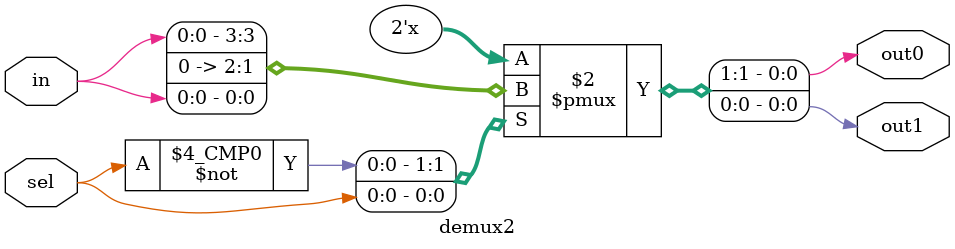
<source format=v>
module demux2(
    input in,
    input sel,
    output reg out0,
    output reg out1
);

    always@(*)begin
        case(sel)
            0: {out0, out1} = {in, 1'b0};
            1: {out0, out1} = {1'b0, in};
        endcase
    end


endmodule
</source>
